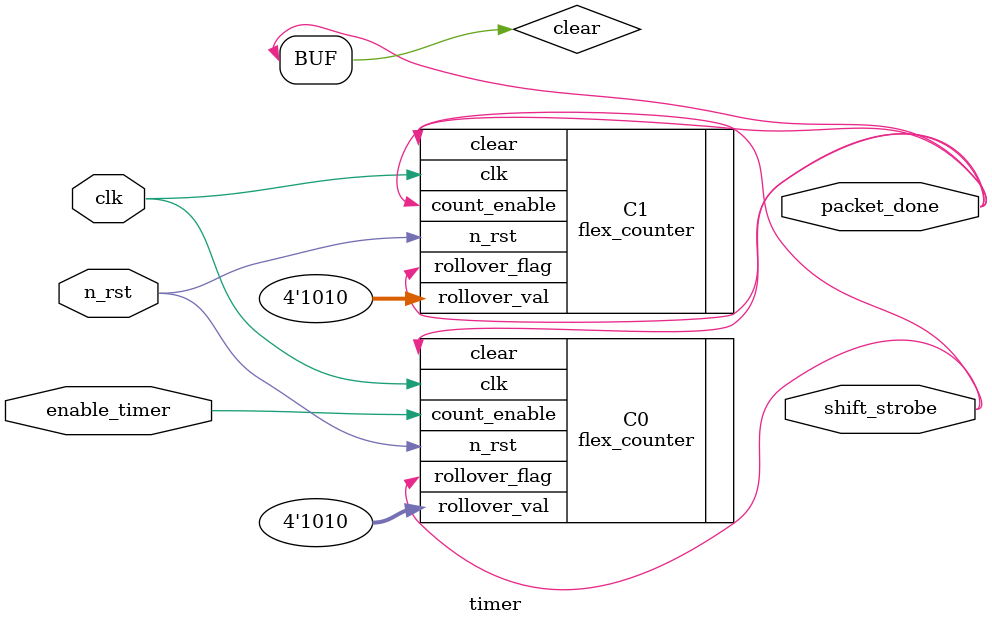
<source format=sv>

module timer
(
  input wire clk,
  input wire n_rst,
  input wire enable_timer,
  output wire shift_strobe,
  output wire packet_done
);
  reg clear;
  
  flex_counter C0
  (
    .clk(clk),
    .n_rst(n_rst),
    .count_enable(enable_timer),
    .rollover_val(4'b1010),
    .rollover_flag(shift_strobe),
    .clear(clear)
  );
  
  flex_counter C1
  (
    .clk(clk),
    .n_rst(n_rst),
    .count_enable(shift_strobe),
    .rollover_val(4'b1010),
    .rollover_flag(packet_done),
    .clear(clear)
  );
  
  assign clear = packet_done;
  

endmodule
</source>
